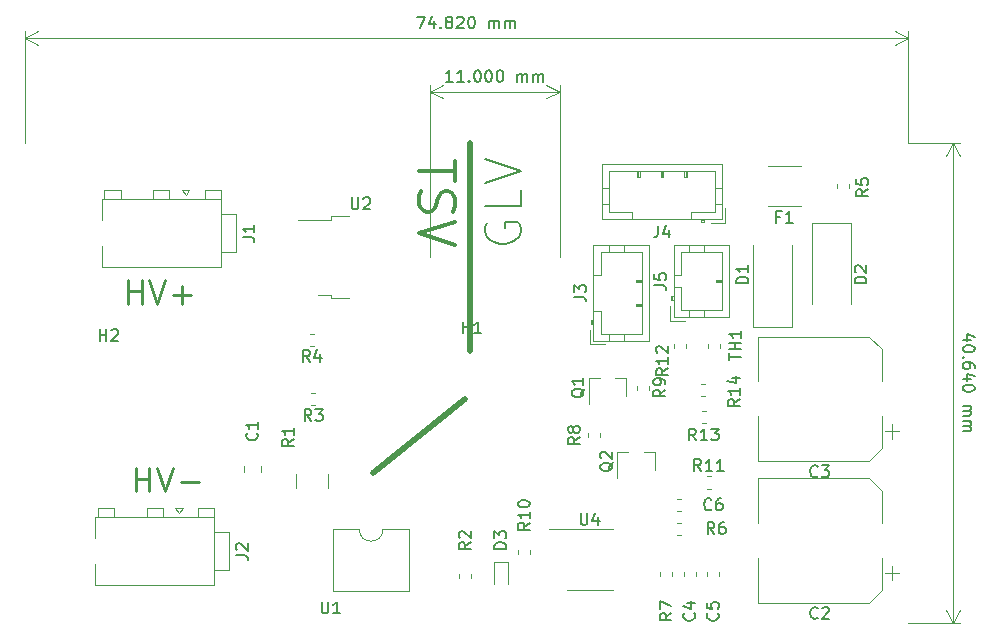
<source format=gbr>
G04 #@! TF.GenerationSoftware,KiCad,Pcbnew,5.1.5-52549c5~84~ubuntu18.04.1*
G04 #@! TF.CreationDate,2020-02-06T22:07:39-05:00*
G04 #@! TF.ProjectId,TSAL,5453414c-2e6b-4696-9361-645f70636258,rev?*
G04 #@! TF.SameCoordinates,Original*
G04 #@! TF.FileFunction,Legend,Top*
G04 #@! TF.FilePolarity,Positive*
%FSLAX46Y46*%
G04 Gerber Fmt 4.6, Leading zero omitted, Abs format (unit mm)*
G04 Created by KiCad (PCBNEW 5.1.5-52549c5~84~ubuntu18.04.1) date 2020-02-06 22:07:39*
%MOMM*%
%LPD*%
G04 APERTURE LIST*
%ADD10C,0.150000*%
%ADD11C,0.120000*%
%ADD12C,0.200000*%
%ADD13C,0.500000*%
%ADD14C,0.300000*%
%ADD15C,0.250000*%
G04 APERTURE END LIST*
D10*
X186794285Y-103013333D02*
X186127619Y-103013333D01*
X187175238Y-102775238D02*
X186460952Y-102537142D01*
X186460952Y-103156190D01*
X187127619Y-103727619D02*
X187127619Y-103822857D01*
X187080000Y-103918095D01*
X187032380Y-103965714D01*
X186937142Y-104013333D01*
X186746666Y-104060952D01*
X186508571Y-104060952D01*
X186318095Y-104013333D01*
X186222857Y-103965714D01*
X186175238Y-103918095D01*
X186127619Y-103822857D01*
X186127619Y-103727619D01*
X186175238Y-103632380D01*
X186222857Y-103584761D01*
X186318095Y-103537142D01*
X186508571Y-103489523D01*
X186746666Y-103489523D01*
X186937142Y-103537142D01*
X187032380Y-103584761D01*
X187080000Y-103632380D01*
X187127619Y-103727619D01*
X186222857Y-104489523D02*
X186175238Y-104537142D01*
X186127619Y-104489523D01*
X186175238Y-104441904D01*
X186222857Y-104489523D01*
X186127619Y-104489523D01*
X187127619Y-105394285D02*
X187127619Y-105203809D01*
X187080000Y-105108571D01*
X187032380Y-105060952D01*
X186889523Y-104965714D01*
X186699047Y-104918095D01*
X186318095Y-104918095D01*
X186222857Y-104965714D01*
X186175238Y-105013333D01*
X186127619Y-105108571D01*
X186127619Y-105299047D01*
X186175238Y-105394285D01*
X186222857Y-105441904D01*
X186318095Y-105489523D01*
X186556190Y-105489523D01*
X186651428Y-105441904D01*
X186699047Y-105394285D01*
X186746666Y-105299047D01*
X186746666Y-105108571D01*
X186699047Y-105013333D01*
X186651428Y-104965714D01*
X186556190Y-104918095D01*
X186794285Y-106346666D02*
X186127619Y-106346666D01*
X187175238Y-106108571D02*
X186460952Y-105870476D01*
X186460952Y-106489523D01*
X187127619Y-107060952D02*
X187127619Y-107156190D01*
X187080000Y-107251428D01*
X187032380Y-107299047D01*
X186937142Y-107346666D01*
X186746666Y-107394285D01*
X186508571Y-107394285D01*
X186318095Y-107346666D01*
X186222857Y-107299047D01*
X186175238Y-107251428D01*
X186127619Y-107156190D01*
X186127619Y-107060952D01*
X186175238Y-106965714D01*
X186222857Y-106918095D01*
X186318095Y-106870476D01*
X186508571Y-106822857D01*
X186746666Y-106822857D01*
X186937142Y-106870476D01*
X187032380Y-106918095D01*
X187080000Y-106965714D01*
X187127619Y-107060952D01*
X186127619Y-108584761D02*
X186794285Y-108584761D01*
X186699047Y-108584761D02*
X186746666Y-108632380D01*
X186794285Y-108727619D01*
X186794285Y-108870476D01*
X186746666Y-108965714D01*
X186651428Y-109013333D01*
X186127619Y-109013333D01*
X186651428Y-109013333D02*
X186746666Y-109060952D01*
X186794285Y-109156190D01*
X186794285Y-109299047D01*
X186746666Y-109394285D01*
X186651428Y-109441904D01*
X186127619Y-109441904D01*
X186127619Y-109918095D02*
X186794285Y-109918095D01*
X186699047Y-109918095D02*
X186746666Y-109965714D01*
X186794285Y-110060952D01*
X186794285Y-110203809D01*
X186746666Y-110299047D01*
X186651428Y-110346666D01*
X186127619Y-110346666D01*
X186651428Y-110346666D02*
X186746666Y-110394285D01*
X186794285Y-110489523D01*
X186794285Y-110632380D01*
X186746666Y-110727619D01*
X186651428Y-110775238D01*
X186127619Y-110775238D01*
D11*
X185310000Y-86360000D02*
X185310000Y-127000000D01*
X181500000Y-86360000D02*
X185896421Y-86360000D01*
X181500000Y-127000000D02*
X185896421Y-127000000D01*
X185310000Y-127000000D02*
X184723579Y-125873496D01*
X185310000Y-127000000D02*
X185896421Y-125873496D01*
X185310000Y-86360000D02*
X184723579Y-87486504D01*
X185310000Y-86360000D02*
X185896421Y-87486504D01*
D10*
X139899523Y-75652380D02*
X140566190Y-75652380D01*
X140137619Y-76652380D01*
X141375714Y-75985714D02*
X141375714Y-76652380D01*
X141137619Y-75604761D02*
X140899523Y-76319047D01*
X141518571Y-76319047D01*
X141899523Y-76557142D02*
X141947142Y-76604761D01*
X141899523Y-76652380D01*
X141851904Y-76604761D01*
X141899523Y-76557142D01*
X141899523Y-76652380D01*
X142518571Y-76080952D02*
X142423333Y-76033333D01*
X142375714Y-75985714D01*
X142328095Y-75890476D01*
X142328095Y-75842857D01*
X142375714Y-75747619D01*
X142423333Y-75700000D01*
X142518571Y-75652380D01*
X142709047Y-75652380D01*
X142804285Y-75700000D01*
X142851904Y-75747619D01*
X142899523Y-75842857D01*
X142899523Y-75890476D01*
X142851904Y-75985714D01*
X142804285Y-76033333D01*
X142709047Y-76080952D01*
X142518571Y-76080952D01*
X142423333Y-76128571D01*
X142375714Y-76176190D01*
X142328095Y-76271428D01*
X142328095Y-76461904D01*
X142375714Y-76557142D01*
X142423333Y-76604761D01*
X142518571Y-76652380D01*
X142709047Y-76652380D01*
X142804285Y-76604761D01*
X142851904Y-76557142D01*
X142899523Y-76461904D01*
X142899523Y-76271428D01*
X142851904Y-76176190D01*
X142804285Y-76128571D01*
X142709047Y-76080952D01*
X143280476Y-75747619D02*
X143328095Y-75700000D01*
X143423333Y-75652380D01*
X143661428Y-75652380D01*
X143756666Y-75700000D01*
X143804285Y-75747619D01*
X143851904Y-75842857D01*
X143851904Y-75938095D01*
X143804285Y-76080952D01*
X143232857Y-76652380D01*
X143851904Y-76652380D01*
X144470952Y-75652380D02*
X144566190Y-75652380D01*
X144661428Y-75700000D01*
X144709047Y-75747619D01*
X144756666Y-75842857D01*
X144804285Y-76033333D01*
X144804285Y-76271428D01*
X144756666Y-76461904D01*
X144709047Y-76557142D01*
X144661428Y-76604761D01*
X144566190Y-76652380D01*
X144470952Y-76652380D01*
X144375714Y-76604761D01*
X144328095Y-76557142D01*
X144280476Y-76461904D01*
X144232857Y-76271428D01*
X144232857Y-76033333D01*
X144280476Y-75842857D01*
X144328095Y-75747619D01*
X144375714Y-75700000D01*
X144470952Y-75652380D01*
X145994761Y-76652380D02*
X145994761Y-75985714D01*
X145994761Y-76080952D02*
X146042380Y-76033333D01*
X146137619Y-75985714D01*
X146280476Y-75985714D01*
X146375714Y-76033333D01*
X146423333Y-76128571D01*
X146423333Y-76652380D01*
X146423333Y-76128571D02*
X146470952Y-76033333D01*
X146566190Y-75985714D01*
X146709047Y-75985714D01*
X146804285Y-76033333D01*
X146851904Y-76128571D01*
X146851904Y-76652380D01*
X147328095Y-76652380D02*
X147328095Y-75985714D01*
X147328095Y-76080952D02*
X147375714Y-76033333D01*
X147470952Y-75985714D01*
X147613809Y-75985714D01*
X147709047Y-76033333D01*
X147756666Y-76128571D01*
X147756666Y-76652380D01*
X147756666Y-76128571D02*
X147804285Y-76033333D01*
X147899523Y-75985714D01*
X148042380Y-75985714D01*
X148137619Y-76033333D01*
X148185238Y-76128571D01*
X148185238Y-76652380D01*
D11*
X106680000Y-77470000D02*
X181500000Y-77470000D01*
X106680000Y-86360000D02*
X106680000Y-76883579D01*
X181500000Y-86360000D02*
X181500000Y-76883579D01*
X181500000Y-77470000D02*
X180373496Y-78056421D01*
X181500000Y-77470000D02*
X180373496Y-76883579D01*
X106680000Y-77470000D02*
X107806504Y-78056421D01*
X106680000Y-77470000D02*
X107806504Y-76883579D01*
D10*
X142928571Y-81182380D02*
X142357142Y-81182380D01*
X142642857Y-81182380D02*
X142642857Y-80182380D01*
X142547619Y-80325238D01*
X142452380Y-80420476D01*
X142357142Y-80468095D01*
X143880952Y-81182380D02*
X143309523Y-81182380D01*
X143595238Y-81182380D02*
X143595238Y-80182380D01*
X143500000Y-80325238D01*
X143404761Y-80420476D01*
X143309523Y-80468095D01*
X144309523Y-81087142D02*
X144357142Y-81134761D01*
X144309523Y-81182380D01*
X144261904Y-81134761D01*
X144309523Y-81087142D01*
X144309523Y-81182380D01*
X144976190Y-80182380D02*
X145071428Y-80182380D01*
X145166666Y-80230000D01*
X145214285Y-80277619D01*
X145261904Y-80372857D01*
X145309523Y-80563333D01*
X145309523Y-80801428D01*
X145261904Y-80991904D01*
X145214285Y-81087142D01*
X145166666Y-81134761D01*
X145071428Y-81182380D01*
X144976190Y-81182380D01*
X144880952Y-81134761D01*
X144833333Y-81087142D01*
X144785714Y-80991904D01*
X144738095Y-80801428D01*
X144738095Y-80563333D01*
X144785714Y-80372857D01*
X144833333Y-80277619D01*
X144880952Y-80230000D01*
X144976190Y-80182380D01*
X145928571Y-80182380D02*
X146023809Y-80182380D01*
X146119047Y-80230000D01*
X146166666Y-80277619D01*
X146214285Y-80372857D01*
X146261904Y-80563333D01*
X146261904Y-80801428D01*
X146214285Y-80991904D01*
X146166666Y-81087142D01*
X146119047Y-81134761D01*
X146023809Y-81182380D01*
X145928571Y-81182380D01*
X145833333Y-81134761D01*
X145785714Y-81087142D01*
X145738095Y-80991904D01*
X145690476Y-80801428D01*
X145690476Y-80563333D01*
X145738095Y-80372857D01*
X145785714Y-80277619D01*
X145833333Y-80230000D01*
X145928571Y-80182380D01*
X146880952Y-80182380D02*
X146976190Y-80182380D01*
X147071428Y-80230000D01*
X147119047Y-80277619D01*
X147166666Y-80372857D01*
X147214285Y-80563333D01*
X147214285Y-80801428D01*
X147166666Y-80991904D01*
X147119047Y-81087142D01*
X147071428Y-81134761D01*
X146976190Y-81182380D01*
X146880952Y-81182380D01*
X146785714Y-81134761D01*
X146738095Y-81087142D01*
X146690476Y-80991904D01*
X146642857Y-80801428D01*
X146642857Y-80563333D01*
X146690476Y-80372857D01*
X146738095Y-80277619D01*
X146785714Y-80230000D01*
X146880952Y-80182380D01*
X148404761Y-81182380D02*
X148404761Y-80515714D01*
X148404761Y-80610952D02*
X148452380Y-80563333D01*
X148547619Y-80515714D01*
X148690476Y-80515714D01*
X148785714Y-80563333D01*
X148833333Y-80658571D01*
X148833333Y-81182380D01*
X148833333Y-80658571D02*
X148880952Y-80563333D01*
X148976190Y-80515714D01*
X149119047Y-80515714D01*
X149214285Y-80563333D01*
X149261904Y-80658571D01*
X149261904Y-81182380D01*
X149738095Y-81182380D02*
X149738095Y-80515714D01*
X149738095Y-80610952D02*
X149785714Y-80563333D01*
X149880952Y-80515714D01*
X150023809Y-80515714D01*
X150119047Y-80563333D01*
X150166666Y-80658571D01*
X150166666Y-81182380D01*
X150166666Y-80658571D02*
X150214285Y-80563333D01*
X150309523Y-80515714D01*
X150452380Y-80515714D01*
X150547619Y-80563333D01*
X150595238Y-80658571D01*
X150595238Y-81182380D01*
D11*
X141000000Y-82000000D02*
X152000000Y-82000000D01*
X141000000Y-96000000D02*
X141000000Y-81413579D01*
X152000000Y-96000000D02*
X152000000Y-81413579D01*
X152000000Y-82000000D02*
X150873496Y-82586421D01*
X152000000Y-82000000D02*
X150873496Y-81413579D01*
X141000000Y-82000000D02*
X142126504Y-82586421D01*
X141000000Y-82000000D02*
X142126504Y-81413579D01*
D12*
X145820000Y-93154285D02*
X145677142Y-93440000D01*
X145677142Y-93868571D01*
X145820000Y-94297142D01*
X146105714Y-94582857D01*
X146391428Y-94725714D01*
X146962857Y-94868571D01*
X147391428Y-94868571D01*
X147962857Y-94725714D01*
X148248571Y-94582857D01*
X148534285Y-94297142D01*
X148677142Y-93868571D01*
X148677142Y-93582857D01*
X148534285Y-93154285D01*
X148391428Y-93011428D01*
X147391428Y-93011428D01*
X147391428Y-93582857D01*
X148677142Y-90297142D02*
X148677142Y-91725714D01*
X145677142Y-91725714D01*
X145677142Y-89725714D02*
X148677142Y-88725714D01*
X145677142Y-87725714D01*
D13*
X144399000Y-104000000D02*
X144399000Y-86360000D01*
D14*
X143120857Y-87868571D02*
X143120857Y-89582857D01*
X140120857Y-88725714D02*
X143120857Y-88725714D01*
X140263714Y-90440000D02*
X140120857Y-90868571D01*
X140120857Y-91582857D01*
X140263714Y-91868571D01*
X140406571Y-92011428D01*
X140692285Y-92154285D01*
X140978000Y-92154285D01*
X141263714Y-92011428D01*
X141406571Y-91868571D01*
X141549428Y-91582857D01*
X141692285Y-91011428D01*
X141835142Y-90725714D01*
X141978000Y-90582857D01*
X142263714Y-90440000D01*
X142549428Y-90440000D01*
X142835142Y-90582857D01*
X142978000Y-90725714D01*
X143120857Y-91011428D01*
X143120857Y-91725714D01*
X142978000Y-92154285D01*
X143120857Y-93011428D02*
X140120857Y-94011428D01*
X143120857Y-95011428D01*
D13*
X136144000Y-114300000D02*
X144000000Y-108000000D01*
D15*
X116078333Y-115839761D02*
X116078333Y-113839761D01*
X116078333Y-114792142D02*
X117221190Y-114792142D01*
X117221190Y-115839761D02*
X117221190Y-113839761D01*
X117887857Y-113839761D02*
X118554523Y-115839761D01*
X119221190Y-113839761D01*
X119887857Y-115077857D02*
X121411666Y-115077857D01*
X115443333Y-99964761D02*
X115443333Y-97964761D01*
X115443333Y-98917142D02*
X116586190Y-98917142D01*
X116586190Y-99964761D02*
X116586190Y-97964761D01*
X117252857Y-97964761D02*
X117919523Y-99964761D01*
X118586190Y-97964761D01*
X119252857Y-99202857D02*
X120776666Y-99202857D01*
X120014761Y-99964761D02*
X120014761Y-98440952D01*
D11*
X164321267Y-106740000D02*
X163978733Y-106740000D01*
X164321267Y-107760000D02*
X163978733Y-107760000D01*
X164371267Y-109015000D02*
X164028733Y-109015000D01*
X164371267Y-110035000D02*
X164028733Y-110035000D01*
X166010000Y-93110000D02*
X166010000Y-91860000D01*
X164760000Y-93110000D02*
X166010000Y-93110000D01*
X158650000Y-88700000D02*
X158650000Y-89200000D01*
X158550000Y-89200000D02*
X158550000Y-88700000D01*
X158750000Y-89200000D02*
X158550000Y-89200000D01*
X158750000Y-88700000D02*
X158750000Y-89200000D01*
X160650000Y-88700000D02*
X160650000Y-89200000D01*
X160550000Y-89200000D02*
X160550000Y-88700000D01*
X160750000Y-89200000D02*
X160550000Y-89200000D01*
X160750000Y-88700000D02*
X160750000Y-89200000D01*
X162650000Y-88700000D02*
X162650000Y-89200000D01*
X162550000Y-89200000D02*
X162550000Y-88700000D01*
X162750000Y-89200000D02*
X162550000Y-89200000D01*
X162750000Y-88700000D02*
X162750000Y-89200000D01*
X155590000Y-90200000D02*
X156200000Y-90200000D01*
X155590000Y-91500000D02*
X156200000Y-91500000D01*
X165710000Y-90200000D02*
X165100000Y-90200000D01*
X165710000Y-91500000D02*
X165100000Y-91500000D01*
X158150000Y-92200000D02*
X158150000Y-92810000D01*
X156200000Y-92200000D02*
X158150000Y-92200000D01*
X156200000Y-88700000D02*
X156200000Y-92200000D01*
X165100000Y-88700000D02*
X156200000Y-88700000D01*
X165100000Y-92200000D02*
X165100000Y-88700000D01*
X163150000Y-92200000D02*
X165100000Y-92200000D01*
X163150000Y-92810000D02*
X163150000Y-92200000D01*
X163950000Y-92910000D02*
X164250000Y-92910000D01*
X164250000Y-93010000D02*
X164250000Y-92810000D01*
X163950000Y-93010000D02*
X164250000Y-93010000D01*
X163950000Y-92810000D02*
X163950000Y-93010000D01*
X155590000Y-92810000D02*
X165710000Y-92810000D01*
X155590000Y-88090000D02*
X155590000Y-92810000D01*
X165710000Y-88090000D02*
X155590000Y-88090000D01*
X165710000Y-92810000D02*
X165710000Y-88090000D01*
X164540000Y-103403733D02*
X164540000Y-103746267D01*
X165560000Y-103403733D02*
X165560000Y-103746267D01*
X162660000Y-103746267D02*
X162660000Y-103403733D01*
X161640000Y-103746267D02*
X161640000Y-103403733D01*
X161340000Y-101410000D02*
X162590000Y-101410000D01*
X161340000Y-100160000D02*
X161340000Y-101410000D01*
X165750000Y-98050000D02*
X165250000Y-98050000D01*
X165250000Y-97950000D02*
X165750000Y-97950000D01*
X165250000Y-98150000D02*
X165250000Y-97950000D01*
X165750000Y-98150000D02*
X165250000Y-98150000D01*
X164250000Y-94990000D02*
X164250000Y-95600000D01*
X162950000Y-94990000D02*
X162950000Y-95600000D01*
X164250000Y-101110000D02*
X164250000Y-100500000D01*
X162950000Y-101110000D02*
X162950000Y-100500000D01*
X162250000Y-97550000D02*
X161640000Y-97550000D01*
X162250000Y-95600000D02*
X162250000Y-97550000D01*
X165750000Y-95600000D02*
X162250000Y-95600000D01*
X165750000Y-100500000D02*
X165750000Y-95600000D01*
X162250000Y-100500000D02*
X165750000Y-100500000D01*
X162250000Y-98550000D02*
X162250000Y-100500000D01*
X161640000Y-98550000D02*
X162250000Y-98550000D01*
X161540000Y-99350000D02*
X161540000Y-99650000D01*
X161440000Y-99650000D02*
X161640000Y-99650000D01*
X161440000Y-99350000D02*
X161440000Y-99650000D01*
X161640000Y-99350000D02*
X161440000Y-99350000D01*
X161640000Y-94990000D02*
X161640000Y-101110000D01*
X166360000Y-94990000D02*
X161640000Y-94990000D01*
X166360000Y-101110000D02*
X166360000Y-94990000D01*
X161640000Y-101110000D02*
X166360000Y-101110000D01*
X154540000Y-103410000D02*
X155790000Y-103410000D01*
X154540000Y-102160000D02*
X154540000Y-103410000D01*
X158950000Y-98050000D02*
X158450000Y-98050000D01*
X158450000Y-97950000D02*
X158950000Y-97950000D01*
X158450000Y-98150000D02*
X158450000Y-97950000D01*
X158950000Y-98150000D02*
X158450000Y-98150000D01*
X158950000Y-100050000D02*
X158450000Y-100050000D01*
X158450000Y-99950000D02*
X158950000Y-99950000D01*
X158450000Y-100150000D02*
X158450000Y-99950000D01*
X158950000Y-100150000D02*
X158450000Y-100150000D01*
X157450000Y-94990000D02*
X157450000Y-95600000D01*
X156150000Y-94990000D02*
X156150000Y-95600000D01*
X157450000Y-103110000D02*
X157450000Y-102500000D01*
X156150000Y-103110000D02*
X156150000Y-102500000D01*
X155450000Y-97550000D02*
X154840000Y-97550000D01*
X155450000Y-95600000D02*
X155450000Y-97550000D01*
X158950000Y-95600000D02*
X155450000Y-95600000D01*
X158950000Y-102500000D02*
X158950000Y-95600000D01*
X155450000Y-102500000D02*
X158950000Y-102500000D01*
X155450000Y-100550000D02*
X155450000Y-102500000D01*
X154840000Y-100550000D02*
X155450000Y-100550000D01*
X154740000Y-101350000D02*
X154740000Y-101650000D01*
X154640000Y-101650000D02*
X154840000Y-101650000D01*
X154640000Y-101350000D02*
X154640000Y-101650000D01*
X154840000Y-101350000D02*
X154640000Y-101350000D01*
X154840000Y-94990000D02*
X154840000Y-103110000D01*
X159560000Y-94990000D02*
X154840000Y-94990000D01*
X159560000Y-103110000D02*
X159560000Y-94990000D01*
X154840000Y-103110000D02*
X159560000Y-103110000D01*
X131296267Y-107490000D02*
X130953733Y-107490000D01*
X131296267Y-108510000D02*
X130953733Y-108510000D01*
X154525000Y-119075000D02*
X151075000Y-119075000D01*
X154525000Y-119075000D02*
X156475000Y-119075000D01*
X154525000Y-124195000D02*
X152575000Y-124195000D01*
X154525000Y-124195000D02*
X156475000Y-124195000D01*
X164428733Y-115610000D02*
X164771267Y-115610000D01*
X164428733Y-114590000D02*
X164771267Y-114590000D01*
X148490000Y-120828733D02*
X148490000Y-121171267D01*
X149510000Y-120828733D02*
X149510000Y-121171267D01*
X158540000Y-106903733D02*
X158540000Y-107246267D01*
X159560000Y-106903733D02*
X159560000Y-107246267D01*
X129640000Y-114397936D02*
X129640000Y-115602064D01*
X132360000Y-114397936D02*
X132360000Y-115602064D01*
X160030000Y-112540000D02*
X160030000Y-114000000D01*
X156870000Y-112540000D02*
X156870000Y-114700000D01*
X156870000Y-112540000D02*
X157800000Y-112540000D01*
X160030000Y-112540000D02*
X159100000Y-112540000D01*
X172386252Y-88290000D02*
X169613748Y-88290000D01*
X172386252Y-91710000D02*
X169613748Y-91710000D01*
X146400000Y-123700000D02*
X146400000Y-121850000D01*
X147600000Y-123700000D02*
X147600000Y-121850000D01*
X147600000Y-121850000D02*
X146400000Y-121850000D01*
X176650000Y-93100000D02*
X176650000Y-100000000D01*
X173350000Y-93100000D02*
X173350000Y-100000000D01*
X176650000Y-93100000D02*
X173350000Y-93100000D01*
X168350000Y-101900000D02*
X168350000Y-95000000D01*
X171650000Y-101900000D02*
X171650000Y-95000000D01*
X168350000Y-101900000D02*
X171650000Y-101900000D01*
X161953733Y-117510000D02*
X162296267Y-117510000D01*
X161953733Y-116490000D02*
X162296267Y-116490000D01*
X165510000Y-123046267D02*
X165510000Y-122703733D01*
X164490000Y-123046267D02*
X164490000Y-122703733D01*
X163510000Y-123046267D02*
X163510000Y-122703733D01*
X162490000Y-123046267D02*
X162490000Y-122703733D01*
X180125000Y-111385000D02*
X180125000Y-110135000D01*
X180750000Y-110760000D02*
X179500000Y-110760000D01*
X179260000Y-103804437D02*
X178195563Y-102740000D01*
X179260000Y-112195563D02*
X178195563Y-113260000D01*
X179260000Y-112195563D02*
X179260000Y-109510000D01*
X179260000Y-103804437D02*
X179260000Y-106490000D01*
X178195563Y-102740000D02*
X168740000Y-102740000D01*
X178195563Y-113260000D02*
X168740000Y-113260000D01*
X168740000Y-113260000D02*
X168740000Y-109510000D01*
X168740000Y-102740000D02*
X168740000Y-106490000D01*
X180125000Y-123385000D02*
X180125000Y-122135000D01*
X180750000Y-122760000D02*
X179500000Y-122760000D01*
X179260000Y-115804437D02*
X178195563Y-114740000D01*
X179260000Y-124195563D02*
X178195563Y-125260000D01*
X179260000Y-124195563D02*
X179260000Y-121510000D01*
X179260000Y-115804437D02*
X179260000Y-118490000D01*
X178195563Y-114740000D02*
X168740000Y-114740000D01*
X178195563Y-125260000D02*
X168740000Y-125260000D01*
X168740000Y-125260000D02*
X168740000Y-121510000D01*
X168740000Y-114740000D02*
X168740000Y-118490000D01*
X125290000Y-113678922D02*
X125290000Y-114196078D01*
X126710000Y-113678922D02*
X126710000Y-114196078D01*
X120640000Y-90355736D02*
X120340000Y-90780000D01*
X120040000Y-90355736D02*
X120640000Y-90355736D01*
X120340000Y-90780000D02*
X120040000Y-90355736D01*
X113450000Y-90320000D02*
X113450000Y-91080000D01*
X114810000Y-90320000D02*
X113450000Y-90320000D01*
X114810000Y-91080000D02*
X114810000Y-90320000D01*
X117590000Y-90320000D02*
X117590000Y-91080000D01*
X118950000Y-90320000D02*
X117590000Y-90320000D01*
X118950000Y-91080000D02*
X118950000Y-90320000D01*
X121935000Y-90320000D02*
X121935000Y-91080000D01*
X123295000Y-90320000D02*
X121935000Y-90320000D01*
X123295000Y-91080000D02*
X123295000Y-90320000D01*
X124595000Y-95590000D02*
X123295000Y-95590000D01*
X124595000Y-92370000D02*
X124595000Y-95590000D01*
X123295000Y-92370000D02*
X124595000Y-92370000D01*
X113245000Y-96880000D02*
X113245000Y-95083302D01*
X123295000Y-96880000D02*
X113245000Y-96880000D01*
X123295000Y-93980000D02*
X123295000Y-96880000D01*
X113245000Y-91080000D02*
X113245000Y-92876698D01*
X123295000Y-91080000D02*
X113245000Y-91080000D01*
X123295000Y-93980000D02*
X123295000Y-91080000D01*
X154390000Y-110928733D02*
X154390000Y-111271267D01*
X155410000Y-110928733D02*
X155410000Y-111271267D01*
X160490000Y-122703733D02*
X160490000Y-123046267D01*
X161510000Y-122703733D02*
X161510000Y-123046267D01*
X161953733Y-119510000D02*
X162296267Y-119510000D01*
X161953733Y-118490000D02*
X162296267Y-118490000D01*
X175490000Y-89828733D02*
X175490000Y-90171267D01*
X176510000Y-89828733D02*
X176510000Y-90171267D01*
X131171267Y-102490000D02*
X130828733Y-102490000D01*
X131171267Y-103510000D02*
X130828733Y-103510000D01*
X143490000Y-122828733D02*
X143490000Y-123171267D01*
X144510000Y-122828733D02*
X144510000Y-123171267D01*
X132658000Y-99192000D02*
X131558000Y-99192000D01*
X132658000Y-99462000D02*
X132658000Y-99192000D01*
X134158000Y-99462000D02*
X132658000Y-99462000D01*
X132658000Y-92832000D02*
X129828000Y-92832000D01*
X132658000Y-92562000D02*
X132658000Y-92832000D01*
X134158000Y-92562000D02*
X132658000Y-92562000D01*
X139252000Y-119066000D02*
X137017000Y-119066000D01*
X139252000Y-124266000D02*
X139252000Y-119066000D01*
X132782000Y-124266000D02*
X139252000Y-124266000D01*
X132782000Y-119066000D02*
X132782000Y-124266000D01*
X135017000Y-119066000D02*
X132782000Y-119066000D01*
X137017000Y-119066000D02*
G75*
G02X135017000Y-119066000I-1000000J0D01*
G01*
X157630000Y-106290000D02*
X157630000Y-107750000D01*
X154470000Y-106290000D02*
X154470000Y-108450000D01*
X154470000Y-106290000D02*
X155400000Y-106290000D01*
X157630000Y-106290000D02*
X156700000Y-106290000D01*
X120061000Y-117279736D02*
X119761000Y-117704000D01*
X119461000Y-117279736D02*
X120061000Y-117279736D01*
X119761000Y-117704000D02*
X119461000Y-117279736D01*
X112871000Y-117244000D02*
X112871000Y-118004000D01*
X114231000Y-117244000D02*
X112871000Y-117244000D01*
X114231000Y-118004000D02*
X114231000Y-117244000D01*
X117011000Y-117244000D02*
X117011000Y-118004000D01*
X118371000Y-117244000D02*
X117011000Y-117244000D01*
X118371000Y-118004000D02*
X118371000Y-117244000D01*
X121356000Y-117244000D02*
X121356000Y-118004000D01*
X122716000Y-117244000D02*
X121356000Y-117244000D01*
X122716000Y-118004000D02*
X122716000Y-117244000D01*
X124016000Y-122514000D02*
X122716000Y-122514000D01*
X124016000Y-119294000D02*
X124016000Y-122514000D01*
X122716000Y-119294000D02*
X124016000Y-119294000D01*
X112666000Y-123804000D02*
X112666000Y-122007302D01*
X122716000Y-123804000D02*
X112666000Y-123804000D01*
X122716000Y-120904000D02*
X122716000Y-123804000D01*
X112666000Y-118004000D02*
X112666000Y-119800698D01*
X122716000Y-118004000D02*
X112666000Y-118004000D01*
X122716000Y-120904000D02*
X122716000Y-118004000D01*
D10*
X167227380Y-108042857D02*
X166751190Y-108376190D01*
X167227380Y-108614285D02*
X166227380Y-108614285D01*
X166227380Y-108233333D01*
X166275000Y-108138095D01*
X166322619Y-108090476D01*
X166417857Y-108042857D01*
X166560714Y-108042857D01*
X166655952Y-108090476D01*
X166703571Y-108138095D01*
X166751190Y-108233333D01*
X166751190Y-108614285D01*
X167227380Y-107090476D02*
X167227380Y-107661904D01*
X167227380Y-107376190D02*
X166227380Y-107376190D01*
X166370238Y-107471428D01*
X166465476Y-107566666D01*
X166513095Y-107661904D01*
X166560714Y-106233333D02*
X167227380Y-106233333D01*
X166179761Y-106471428D02*
X166894047Y-106709523D01*
X166894047Y-106090476D01*
X163532142Y-111527380D02*
X163198809Y-111051190D01*
X162960714Y-111527380D02*
X162960714Y-110527380D01*
X163341666Y-110527380D01*
X163436904Y-110575000D01*
X163484523Y-110622619D01*
X163532142Y-110717857D01*
X163532142Y-110860714D01*
X163484523Y-110955952D01*
X163436904Y-111003571D01*
X163341666Y-111051190D01*
X162960714Y-111051190D01*
X164484523Y-111527380D02*
X163913095Y-111527380D01*
X164198809Y-111527380D02*
X164198809Y-110527380D01*
X164103571Y-110670238D01*
X164008333Y-110765476D01*
X163913095Y-110813095D01*
X164817857Y-110527380D02*
X165436904Y-110527380D01*
X165103571Y-110908333D01*
X165246428Y-110908333D01*
X165341666Y-110955952D01*
X165389285Y-111003571D01*
X165436904Y-111098809D01*
X165436904Y-111336904D01*
X165389285Y-111432142D01*
X165341666Y-111479761D01*
X165246428Y-111527380D01*
X164960714Y-111527380D01*
X164865476Y-111479761D01*
X164817857Y-111432142D01*
X160316666Y-93352380D02*
X160316666Y-94066666D01*
X160269047Y-94209523D01*
X160173809Y-94304761D01*
X160030952Y-94352380D01*
X159935714Y-94352380D01*
X161221428Y-93685714D02*
X161221428Y-94352380D01*
X160983333Y-93304761D02*
X160745238Y-94019047D01*
X161364285Y-94019047D01*
X166352380Y-104735714D02*
X166352380Y-104164285D01*
X167352380Y-104450000D02*
X166352380Y-104450000D01*
X167352380Y-103830952D02*
X166352380Y-103830952D01*
X166828571Y-103830952D02*
X166828571Y-103259523D01*
X167352380Y-103259523D02*
X166352380Y-103259523D01*
X167352380Y-102259523D02*
X167352380Y-102830952D01*
X167352380Y-102545238D02*
X166352380Y-102545238D01*
X166495238Y-102640476D01*
X166590476Y-102735714D01*
X166638095Y-102830952D01*
X161152380Y-105442857D02*
X160676190Y-105776190D01*
X161152380Y-106014285D02*
X160152380Y-106014285D01*
X160152380Y-105633333D01*
X160200000Y-105538095D01*
X160247619Y-105490476D01*
X160342857Y-105442857D01*
X160485714Y-105442857D01*
X160580952Y-105490476D01*
X160628571Y-105538095D01*
X160676190Y-105633333D01*
X160676190Y-106014285D01*
X161152380Y-104490476D02*
X161152380Y-105061904D01*
X161152380Y-104776190D02*
X160152380Y-104776190D01*
X160295238Y-104871428D01*
X160390476Y-104966666D01*
X160438095Y-105061904D01*
X160247619Y-104109523D02*
X160200000Y-104061904D01*
X160152380Y-103966666D01*
X160152380Y-103728571D01*
X160200000Y-103633333D01*
X160247619Y-103585714D01*
X160342857Y-103538095D01*
X160438095Y-103538095D01*
X160580952Y-103585714D01*
X161152380Y-104157142D01*
X161152380Y-103538095D01*
X160002380Y-98383333D02*
X160716666Y-98383333D01*
X160859523Y-98430952D01*
X160954761Y-98526190D01*
X161002380Y-98669047D01*
X161002380Y-98764285D01*
X160002380Y-97430952D02*
X160002380Y-97907142D01*
X160478571Y-97954761D01*
X160430952Y-97907142D01*
X160383333Y-97811904D01*
X160383333Y-97573809D01*
X160430952Y-97478571D01*
X160478571Y-97430952D01*
X160573809Y-97383333D01*
X160811904Y-97383333D01*
X160907142Y-97430952D01*
X160954761Y-97478571D01*
X161002380Y-97573809D01*
X161002380Y-97811904D01*
X160954761Y-97907142D01*
X160907142Y-97954761D01*
X153202380Y-99383333D02*
X153916666Y-99383333D01*
X154059523Y-99430952D01*
X154154761Y-99526190D01*
X154202380Y-99669047D01*
X154202380Y-99764285D01*
X153202380Y-99002380D02*
X153202380Y-98383333D01*
X153583333Y-98716666D01*
X153583333Y-98573809D01*
X153630952Y-98478571D01*
X153678571Y-98430952D01*
X153773809Y-98383333D01*
X154011904Y-98383333D01*
X154107142Y-98430952D01*
X154154761Y-98478571D01*
X154202380Y-98573809D01*
X154202380Y-98859523D01*
X154154761Y-98954761D01*
X154107142Y-99002380D01*
X113030095Y-103132380D02*
X113030095Y-102132380D01*
X113030095Y-102608571D02*
X113601523Y-102608571D01*
X113601523Y-103132380D02*
X113601523Y-102132380D01*
X114030095Y-102227619D02*
X114077714Y-102180000D01*
X114172952Y-102132380D01*
X114411047Y-102132380D01*
X114506285Y-102180000D01*
X114553904Y-102227619D01*
X114601523Y-102322857D01*
X114601523Y-102418095D01*
X114553904Y-102560952D01*
X113982476Y-103132380D01*
X114601523Y-103132380D01*
X143764095Y-102471980D02*
X143764095Y-101471980D01*
X143764095Y-101948171D02*
X144335523Y-101948171D01*
X144335523Y-102471980D02*
X144335523Y-101471980D01*
X145335523Y-102471980D02*
X144764095Y-102471980D01*
X145049809Y-102471980D02*
X145049809Y-101471980D01*
X144954571Y-101614838D01*
X144859333Y-101710076D01*
X144764095Y-101757695D01*
X130958333Y-109882380D02*
X130625000Y-109406190D01*
X130386904Y-109882380D02*
X130386904Y-108882380D01*
X130767857Y-108882380D01*
X130863095Y-108930000D01*
X130910714Y-108977619D01*
X130958333Y-109072857D01*
X130958333Y-109215714D01*
X130910714Y-109310952D01*
X130863095Y-109358571D01*
X130767857Y-109406190D01*
X130386904Y-109406190D01*
X131291666Y-108882380D02*
X131910714Y-108882380D01*
X131577380Y-109263333D01*
X131720238Y-109263333D01*
X131815476Y-109310952D01*
X131863095Y-109358571D01*
X131910714Y-109453809D01*
X131910714Y-109691904D01*
X131863095Y-109787142D01*
X131815476Y-109834761D01*
X131720238Y-109882380D01*
X131434523Y-109882380D01*
X131339285Y-109834761D01*
X131291666Y-109787142D01*
X153763095Y-117687380D02*
X153763095Y-118496904D01*
X153810714Y-118592142D01*
X153858333Y-118639761D01*
X153953571Y-118687380D01*
X154144047Y-118687380D01*
X154239285Y-118639761D01*
X154286904Y-118592142D01*
X154334523Y-118496904D01*
X154334523Y-117687380D01*
X155239285Y-118020714D02*
X155239285Y-118687380D01*
X155001190Y-117639761D02*
X154763095Y-118354047D01*
X155382142Y-118354047D01*
X163957142Y-114122380D02*
X163623809Y-113646190D01*
X163385714Y-114122380D02*
X163385714Y-113122380D01*
X163766666Y-113122380D01*
X163861904Y-113170000D01*
X163909523Y-113217619D01*
X163957142Y-113312857D01*
X163957142Y-113455714D01*
X163909523Y-113550952D01*
X163861904Y-113598571D01*
X163766666Y-113646190D01*
X163385714Y-113646190D01*
X164909523Y-114122380D02*
X164338095Y-114122380D01*
X164623809Y-114122380D02*
X164623809Y-113122380D01*
X164528571Y-113265238D01*
X164433333Y-113360476D01*
X164338095Y-113408095D01*
X165861904Y-114122380D02*
X165290476Y-114122380D01*
X165576190Y-114122380D02*
X165576190Y-113122380D01*
X165480952Y-113265238D01*
X165385714Y-113360476D01*
X165290476Y-113408095D01*
X149452380Y-118517857D02*
X148976190Y-118851190D01*
X149452380Y-119089285D02*
X148452380Y-119089285D01*
X148452380Y-118708333D01*
X148500000Y-118613095D01*
X148547619Y-118565476D01*
X148642857Y-118517857D01*
X148785714Y-118517857D01*
X148880952Y-118565476D01*
X148928571Y-118613095D01*
X148976190Y-118708333D01*
X148976190Y-119089285D01*
X149452380Y-117565476D02*
X149452380Y-118136904D01*
X149452380Y-117851190D02*
X148452380Y-117851190D01*
X148595238Y-117946428D01*
X148690476Y-118041666D01*
X148738095Y-118136904D01*
X148452380Y-116946428D02*
X148452380Y-116851190D01*
X148500000Y-116755952D01*
X148547619Y-116708333D01*
X148642857Y-116660714D01*
X148833333Y-116613095D01*
X149071428Y-116613095D01*
X149261904Y-116660714D01*
X149357142Y-116708333D01*
X149404761Y-116755952D01*
X149452380Y-116851190D01*
X149452380Y-116946428D01*
X149404761Y-117041666D01*
X149357142Y-117089285D01*
X149261904Y-117136904D01*
X149071428Y-117184523D01*
X148833333Y-117184523D01*
X148642857Y-117136904D01*
X148547619Y-117089285D01*
X148500000Y-117041666D01*
X148452380Y-116946428D01*
X160932380Y-107241666D02*
X160456190Y-107575000D01*
X160932380Y-107813095D02*
X159932380Y-107813095D01*
X159932380Y-107432142D01*
X159980000Y-107336904D01*
X160027619Y-107289285D01*
X160122857Y-107241666D01*
X160265714Y-107241666D01*
X160360952Y-107289285D01*
X160408571Y-107336904D01*
X160456190Y-107432142D01*
X160456190Y-107813095D01*
X160932380Y-106765476D02*
X160932380Y-106575000D01*
X160884761Y-106479761D01*
X160837142Y-106432142D01*
X160694285Y-106336904D01*
X160503809Y-106289285D01*
X160122857Y-106289285D01*
X160027619Y-106336904D01*
X159980000Y-106384523D01*
X159932380Y-106479761D01*
X159932380Y-106670238D01*
X159980000Y-106765476D01*
X160027619Y-106813095D01*
X160122857Y-106860714D01*
X160360952Y-106860714D01*
X160456190Y-106813095D01*
X160503809Y-106765476D01*
X160551428Y-106670238D01*
X160551428Y-106479761D01*
X160503809Y-106384523D01*
X160456190Y-106336904D01*
X160360952Y-106289285D01*
X129484380Y-111418666D02*
X129008190Y-111752000D01*
X129484380Y-111990095D02*
X128484380Y-111990095D01*
X128484380Y-111609142D01*
X128532000Y-111513904D01*
X128579619Y-111466285D01*
X128674857Y-111418666D01*
X128817714Y-111418666D01*
X128912952Y-111466285D01*
X128960571Y-111513904D01*
X129008190Y-111609142D01*
X129008190Y-111990095D01*
X129484380Y-110466285D02*
X129484380Y-111037714D01*
X129484380Y-110752000D02*
X128484380Y-110752000D01*
X128627238Y-110847238D01*
X128722476Y-110942476D01*
X128770095Y-111037714D01*
X156497619Y-113395238D02*
X156450000Y-113490476D01*
X156354761Y-113585714D01*
X156211904Y-113728571D01*
X156164285Y-113823809D01*
X156164285Y-113919047D01*
X156402380Y-113871428D02*
X156354761Y-113966666D01*
X156259523Y-114061904D01*
X156069047Y-114109523D01*
X155735714Y-114109523D01*
X155545238Y-114061904D01*
X155450000Y-113966666D01*
X155402380Y-113871428D01*
X155402380Y-113680952D01*
X155450000Y-113585714D01*
X155545238Y-113490476D01*
X155735714Y-113442857D01*
X156069047Y-113442857D01*
X156259523Y-113490476D01*
X156354761Y-113585714D01*
X156402380Y-113680952D01*
X156402380Y-113871428D01*
X155497619Y-113061904D02*
X155450000Y-113014285D01*
X155402380Y-112919047D01*
X155402380Y-112680952D01*
X155450000Y-112585714D01*
X155497619Y-112538095D01*
X155592857Y-112490476D01*
X155688095Y-112490476D01*
X155830952Y-112538095D01*
X156402380Y-113109523D01*
X156402380Y-112490476D01*
X170666666Y-92578571D02*
X170333333Y-92578571D01*
X170333333Y-93102380D02*
X170333333Y-92102380D01*
X170809523Y-92102380D01*
X171714285Y-93102380D02*
X171142857Y-93102380D01*
X171428571Y-93102380D02*
X171428571Y-92102380D01*
X171333333Y-92245238D01*
X171238095Y-92340476D01*
X171142857Y-92388095D01*
X147452380Y-120738095D02*
X146452380Y-120738095D01*
X146452380Y-120500000D01*
X146500000Y-120357142D01*
X146595238Y-120261904D01*
X146690476Y-120214285D01*
X146880952Y-120166666D01*
X147023809Y-120166666D01*
X147214285Y-120214285D01*
X147309523Y-120261904D01*
X147404761Y-120357142D01*
X147452380Y-120500000D01*
X147452380Y-120738095D01*
X146452380Y-119833333D02*
X146452380Y-119214285D01*
X146833333Y-119547619D01*
X146833333Y-119404761D01*
X146880952Y-119309523D01*
X146928571Y-119261904D01*
X147023809Y-119214285D01*
X147261904Y-119214285D01*
X147357142Y-119261904D01*
X147404761Y-119309523D01*
X147452380Y-119404761D01*
X147452380Y-119690476D01*
X147404761Y-119785714D01*
X147357142Y-119833333D01*
X177952380Y-98238095D02*
X176952380Y-98238095D01*
X176952380Y-98000000D01*
X177000000Y-97857142D01*
X177095238Y-97761904D01*
X177190476Y-97714285D01*
X177380952Y-97666666D01*
X177523809Y-97666666D01*
X177714285Y-97714285D01*
X177809523Y-97761904D01*
X177904761Y-97857142D01*
X177952380Y-98000000D01*
X177952380Y-98238095D01*
X177047619Y-97285714D02*
X177000000Y-97238095D01*
X176952380Y-97142857D01*
X176952380Y-96904761D01*
X177000000Y-96809523D01*
X177047619Y-96761904D01*
X177142857Y-96714285D01*
X177238095Y-96714285D01*
X177380952Y-96761904D01*
X177952380Y-97333333D01*
X177952380Y-96714285D01*
X167952380Y-98238095D02*
X166952380Y-98238095D01*
X166952380Y-98000000D01*
X167000000Y-97857142D01*
X167095238Y-97761904D01*
X167190476Y-97714285D01*
X167380952Y-97666666D01*
X167523809Y-97666666D01*
X167714285Y-97714285D01*
X167809523Y-97761904D01*
X167904761Y-97857142D01*
X167952380Y-98000000D01*
X167952380Y-98238095D01*
X167952380Y-96714285D02*
X167952380Y-97285714D01*
X167952380Y-97000000D02*
X166952380Y-97000000D01*
X167095238Y-97095238D01*
X167190476Y-97190476D01*
X167238095Y-97285714D01*
X164833333Y-117357142D02*
X164785714Y-117404761D01*
X164642857Y-117452380D01*
X164547619Y-117452380D01*
X164404761Y-117404761D01*
X164309523Y-117309523D01*
X164261904Y-117214285D01*
X164214285Y-117023809D01*
X164214285Y-116880952D01*
X164261904Y-116690476D01*
X164309523Y-116595238D01*
X164404761Y-116500000D01*
X164547619Y-116452380D01*
X164642857Y-116452380D01*
X164785714Y-116500000D01*
X164833333Y-116547619D01*
X165690476Y-116452380D02*
X165500000Y-116452380D01*
X165404761Y-116500000D01*
X165357142Y-116547619D01*
X165261904Y-116690476D01*
X165214285Y-116880952D01*
X165214285Y-117261904D01*
X165261904Y-117357142D01*
X165309523Y-117404761D01*
X165404761Y-117452380D01*
X165595238Y-117452380D01*
X165690476Y-117404761D01*
X165738095Y-117357142D01*
X165785714Y-117261904D01*
X165785714Y-117023809D01*
X165738095Y-116928571D01*
X165690476Y-116880952D01*
X165595238Y-116833333D01*
X165404761Y-116833333D01*
X165309523Y-116880952D01*
X165261904Y-116928571D01*
X165214285Y-117023809D01*
X165357142Y-126166666D02*
X165404761Y-126214285D01*
X165452380Y-126357142D01*
X165452380Y-126452380D01*
X165404761Y-126595238D01*
X165309523Y-126690476D01*
X165214285Y-126738095D01*
X165023809Y-126785714D01*
X164880952Y-126785714D01*
X164690476Y-126738095D01*
X164595238Y-126690476D01*
X164500000Y-126595238D01*
X164452380Y-126452380D01*
X164452380Y-126357142D01*
X164500000Y-126214285D01*
X164547619Y-126166666D01*
X164452380Y-125261904D02*
X164452380Y-125738095D01*
X164928571Y-125785714D01*
X164880952Y-125738095D01*
X164833333Y-125642857D01*
X164833333Y-125404761D01*
X164880952Y-125309523D01*
X164928571Y-125261904D01*
X165023809Y-125214285D01*
X165261904Y-125214285D01*
X165357142Y-125261904D01*
X165404761Y-125309523D01*
X165452380Y-125404761D01*
X165452380Y-125642857D01*
X165404761Y-125738095D01*
X165357142Y-125785714D01*
X163357142Y-126166666D02*
X163404761Y-126214285D01*
X163452380Y-126357142D01*
X163452380Y-126452380D01*
X163404761Y-126595238D01*
X163309523Y-126690476D01*
X163214285Y-126738095D01*
X163023809Y-126785714D01*
X162880952Y-126785714D01*
X162690476Y-126738095D01*
X162595238Y-126690476D01*
X162500000Y-126595238D01*
X162452380Y-126452380D01*
X162452380Y-126357142D01*
X162500000Y-126214285D01*
X162547619Y-126166666D01*
X162785714Y-125309523D02*
X163452380Y-125309523D01*
X162404761Y-125547619D02*
X163119047Y-125785714D01*
X163119047Y-125166666D01*
X173833333Y-114557142D02*
X173785714Y-114604761D01*
X173642857Y-114652380D01*
X173547619Y-114652380D01*
X173404761Y-114604761D01*
X173309523Y-114509523D01*
X173261904Y-114414285D01*
X173214285Y-114223809D01*
X173214285Y-114080952D01*
X173261904Y-113890476D01*
X173309523Y-113795238D01*
X173404761Y-113700000D01*
X173547619Y-113652380D01*
X173642857Y-113652380D01*
X173785714Y-113700000D01*
X173833333Y-113747619D01*
X174166666Y-113652380D02*
X174785714Y-113652380D01*
X174452380Y-114033333D01*
X174595238Y-114033333D01*
X174690476Y-114080952D01*
X174738095Y-114128571D01*
X174785714Y-114223809D01*
X174785714Y-114461904D01*
X174738095Y-114557142D01*
X174690476Y-114604761D01*
X174595238Y-114652380D01*
X174309523Y-114652380D01*
X174214285Y-114604761D01*
X174166666Y-114557142D01*
X173833333Y-126557142D02*
X173785714Y-126604761D01*
X173642857Y-126652380D01*
X173547619Y-126652380D01*
X173404761Y-126604761D01*
X173309523Y-126509523D01*
X173261904Y-126414285D01*
X173214285Y-126223809D01*
X173214285Y-126080952D01*
X173261904Y-125890476D01*
X173309523Y-125795238D01*
X173404761Y-125700000D01*
X173547619Y-125652380D01*
X173642857Y-125652380D01*
X173785714Y-125700000D01*
X173833333Y-125747619D01*
X174214285Y-125747619D02*
X174261904Y-125700000D01*
X174357142Y-125652380D01*
X174595238Y-125652380D01*
X174690476Y-125700000D01*
X174738095Y-125747619D01*
X174785714Y-125842857D01*
X174785714Y-125938095D01*
X174738095Y-126080952D01*
X174166666Y-126652380D01*
X174785714Y-126652380D01*
X126341142Y-110910666D02*
X126388761Y-110958285D01*
X126436380Y-111101142D01*
X126436380Y-111196380D01*
X126388761Y-111339238D01*
X126293523Y-111434476D01*
X126198285Y-111482095D01*
X126007809Y-111529714D01*
X125864952Y-111529714D01*
X125674476Y-111482095D01*
X125579238Y-111434476D01*
X125484000Y-111339238D01*
X125436380Y-111196380D01*
X125436380Y-111101142D01*
X125484000Y-110958285D01*
X125531619Y-110910666D01*
X126436380Y-109958285D02*
X126436380Y-110529714D01*
X126436380Y-110244000D02*
X125436380Y-110244000D01*
X125579238Y-110339238D01*
X125674476Y-110434476D01*
X125722095Y-110529714D01*
X125142380Y-94313333D02*
X125856666Y-94313333D01*
X125999523Y-94360952D01*
X126094761Y-94456190D01*
X126142380Y-94599047D01*
X126142380Y-94694285D01*
X126142380Y-93313333D02*
X126142380Y-93884761D01*
X126142380Y-93599047D02*
X125142380Y-93599047D01*
X125285238Y-93694285D01*
X125380476Y-93789523D01*
X125428095Y-93884761D01*
X153701380Y-111266666D02*
X153225190Y-111600000D01*
X153701380Y-111838095D02*
X152701380Y-111838095D01*
X152701380Y-111457142D01*
X152749000Y-111361904D01*
X152796619Y-111314285D01*
X152891857Y-111266666D01*
X153034714Y-111266666D01*
X153129952Y-111314285D01*
X153177571Y-111361904D01*
X153225190Y-111457142D01*
X153225190Y-111838095D01*
X153129952Y-110695238D02*
X153082333Y-110790476D01*
X153034714Y-110838095D01*
X152939476Y-110885714D01*
X152891857Y-110885714D01*
X152796619Y-110838095D01*
X152749000Y-110790476D01*
X152701380Y-110695238D01*
X152701380Y-110504761D01*
X152749000Y-110409523D01*
X152796619Y-110361904D01*
X152891857Y-110314285D01*
X152939476Y-110314285D01*
X153034714Y-110361904D01*
X153082333Y-110409523D01*
X153129952Y-110504761D01*
X153129952Y-110695238D01*
X153177571Y-110790476D01*
X153225190Y-110838095D01*
X153320428Y-110885714D01*
X153510904Y-110885714D01*
X153606142Y-110838095D01*
X153653761Y-110790476D01*
X153701380Y-110695238D01*
X153701380Y-110504761D01*
X153653761Y-110409523D01*
X153606142Y-110361904D01*
X153510904Y-110314285D01*
X153320428Y-110314285D01*
X153225190Y-110361904D01*
X153177571Y-110409523D01*
X153129952Y-110504761D01*
X161452380Y-126166666D02*
X160976190Y-126500000D01*
X161452380Y-126738095D02*
X160452380Y-126738095D01*
X160452380Y-126357142D01*
X160500000Y-126261904D01*
X160547619Y-126214285D01*
X160642857Y-126166666D01*
X160785714Y-126166666D01*
X160880952Y-126214285D01*
X160928571Y-126261904D01*
X160976190Y-126357142D01*
X160976190Y-126738095D01*
X160452380Y-125833333D02*
X160452380Y-125166666D01*
X161452380Y-125595238D01*
X165083333Y-119452380D02*
X164750000Y-118976190D01*
X164511904Y-119452380D02*
X164511904Y-118452380D01*
X164892857Y-118452380D01*
X164988095Y-118500000D01*
X165035714Y-118547619D01*
X165083333Y-118642857D01*
X165083333Y-118785714D01*
X165035714Y-118880952D01*
X164988095Y-118928571D01*
X164892857Y-118976190D01*
X164511904Y-118976190D01*
X165940476Y-118452380D02*
X165750000Y-118452380D01*
X165654761Y-118500000D01*
X165607142Y-118547619D01*
X165511904Y-118690476D01*
X165464285Y-118880952D01*
X165464285Y-119261904D01*
X165511904Y-119357142D01*
X165559523Y-119404761D01*
X165654761Y-119452380D01*
X165845238Y-119452380D01*
X165940476Y-119404761D01*
X165988095Y-119357142D01*
X166035714Y-119261904D01*
X166035714Y-119023809D01*
X165988095Y-118928571D01*
X165940476Y-118880952D01*
X165845238Y-118833333D01*
X165654761Y-118833333D01*
X165559523Y-118880952D01*
X165511904Y-118928571D01*
X165464285Y-119023809D01*
X178103380Y-90279666D02*
X177627190Y-90613000D01*
X178103380Y-90851095D02*
X177103380Y-90851095D01*
X177103380Y-90470142D01*
X177151000Y-90374904D01*
X177198619Y-90327285D01*
X177293857Y-90279666D01*
X177436714Y-90279666D01*
X177531952Y-90327285D01*
X177579571Y-90374904D01*
X177627190Y-90470142D01*
X177627190Y-90851095D01*
X177103380Y-89374904D02*
X177103380Y-89851095D01*
X177579571Y-89898714D01*
X177531952Y-89851095D01*
X177484333Y-89755857D01*
X177484333Y-89517761D01*
X177531952Y-89422523D01*
X177579571Y-89374904D01*
X177674809Y-89327285D01*
X177912904Y-89327285D01*
X178008142Y-89374904D01*
X178055761Y-89422523D01*
X178103380Y-89517761D01*
X178103380Y-89755857D01*
X178055761Y-89851095D01*
X178008142Y-89898714D01*
X130833333Y-104882380D02*
X130500000Y-104406190D01*
X130261904Y-104882380D02*
X130261904Y-103882380D01*
X130642857Y-103882380D01*
X130738095Y-103930000D01*
X130785714Y-103977619D01*
X130833333Y-104072857D01*
X130833333Y-104215714D01*
X130785714Y-104310952D01*
X130738095Y-104358571D01*
X130642857Y-104406190D01*
X130261904Y-104406190D01*
X131690476Y-104215714D02*
X131690476Y-104882380D01*
X131452380Y-103834761D02*
X131214285Y-104549047D01*
X131833333Y-104549047D01*
X144452380Y-120166666D02*
X143976190Y-120500000D01*
X144452380Y-120738095D02*
X143452380Y-120738095D01*
X143452380Y-120357142D01*
X143500000Y-120261904D01*
X143547619Y-120214285D01*
X143642857Y-120166666D01*
X143785714Y-120166666D01*
X143880952Y-120214285D01*
X143928571Y-120261904D01*
X143976190Y-120357142D01*
X143976190Y-120738095D01*
X143547619Y-119785714D02*
X143500000Y-119738095D01*
X143452380Y-119642857D01*
X143452380Y-119404761D01*
X143500000Y-119309523D01*
X143547619Y-119261904D01*
X143642857Y-119214285D01*
X143738095Y-119214285D01*
X143880952Y-119261904D01*
X144452380Y-119833333D01*
X144452380Y-119214285D01*
X134366095Y-90964380D02*
X134366095Y-91773904D01*
X134413714Y-91869142D01*
X134461333Y-91916761D01*
X134556571Y-91964380D01*
X134747047Y-91964380D01*
X134842285Y-91916761D01*
X134889904Y-91869142D01*
X134937523Y-91773904D01*
X134937523Y-90964380D01*
X135366095Y-91059619D02*
X135413714Y-91012000D01*
X135508952Y-90964380D01*
X135747047Y-90964380D01*
X135842285Y-91012000D01*
X135889904Y-91059619D01*
X135937523Y-91154857D01*
X135937523Y-91250095D01*
X135889904Y-91392952D01*
X135318476Y-91964380D01*
X135937523Y-91964380D01*
X131826095Y-125182380D02*
X131826095Y-125991904D01*
X131873714Y-126087142D01*
X131921333Y-126134761D01*
X132016571Y-126182380D01*
X132207047Y-126182380D01*
X132302285Y-126134761D01*
X132349904Y-126087142D01*
X132397523Y-125991904D01*
X132397523Y-125182380D01*
X133397523Y-126182380D02*
X132826095Y-126182380D01*
X133111809Y-126182380D02*
X133111809Y-125182380D01*
X133016571Y-125325238D01*
X132921333Y-125420476D01*
X132826095Y-125468095D01*
X154097619Y-107145238D02*
X154050000Y-107240476D01*
X153954761Y-107335714D01*
X153811904Y-107478571D01*
X153764285Y-107573809D01*
X153764285Y-107669047D01*
X154002380Y-107621428D02*
X153954761Y-107716666D01*
X153859523Y-107811904D01*
X153669047Y-107859523D01*
X153335714Y-107859523D01*
X153145238Y-107811904D01*
X153050000Y-107716666D01*
X153002380Y-107621428D01*
X153002380Y-107430952D01*
X153050000Y-107335714D01*
X153145238Y-107240476D01*
X153335714Y-107192857D01*
X153669047Y-107192857D01*
X153859523Y-107240476D01*
X153954761Y-107335714D01*
X154002380Y-107430952D01*
X154002380Y-107621428D01*
X154002380Y-106240476D02*
X154002380Y-106811904D01*
X154002380Y-106526190D02*
X153002380Y-106526190D01*
X153145238Y-106621428D01*
X153240476Y-106716666D01*
X153288095Y-106811904D01*
X124563380Y-121237333D02*
X125277666Y-121237333D01*
X125420523Y-121284952D01*
X125515761Y-121380190D01*
X125563380Y-121523047D01*
X125563380Y-121618285D01*
X124658619Y-120808761D02*
X124611000Y-120761142D01*
X124563380Y-120665904D01*
X124563380Y-120427809D01*
X124611000Y-120332571D01*
X124658619Y-120284952D01*
X124753857Y-120237333D01*
X124849095Y-120237333D01*
X124991952Y-120284952D01*
X125563380Y-120856380D01*
X125563380Y-120237333D01*
M02*

</source>
